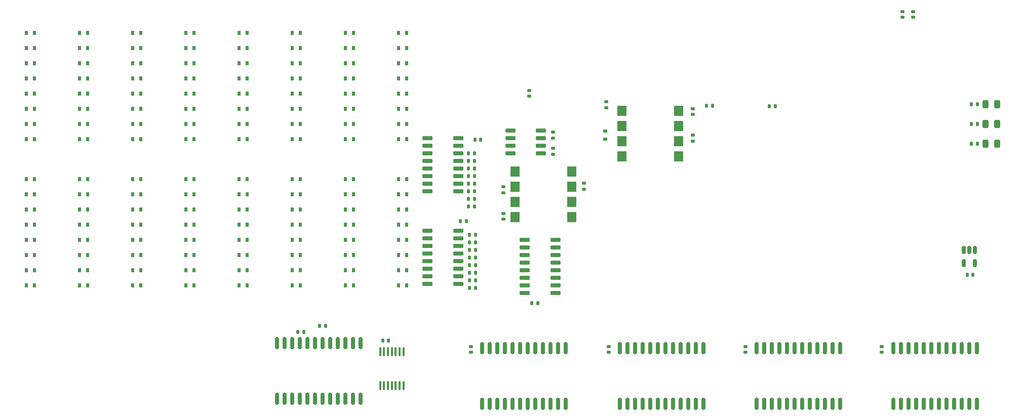
<source format=gtp>
G04 #@! TF.GenerationSoftware,KiCad,Pcbnew,6.0.4*
G04 #@! TF.CreationDate,2022-06-03T16:07:39+02:00*
G04 #@! TF.ProjectId,OpenDeck-r3.0.1,4f70656e-4465-4636-9b2d-72332e302e31,rev?*
G04 #@! TF.SameCoordinates,Original*
G04 #@! TF.FileFunction,Paste,Top*
G04 #@! TF.FilePolarity,Positive*
%FSLAX46Y46*%
G04 Gerber Fmt 4.6, Leading zero omitted, Abs format (unit mm)*
G04 Created by KiCad (PCBNEW 6.0.4) date 2022-06-03 16:07:39*
%MOMM*%
%LPD*%
G01*
G04 APERTURE LIST*
G04 Aperture macros list*
%AMRoundRect*
0 Rectangle with rounded corners*
0 $1 Rounding radius*
0 $2 $3 $4 $5 $6 $7 $8 $9 X,Y pos of 4 corners*
0 Add a 4 corners polygon primitive as box body*
4,1,4,$2,$3,$4,$5,$6,$7,$8,$9,$2,$3,0*
0 Add four circle primitives for the rounded corners*
1,1,$1+$1,$2,$3*
1,1,$1+$1,$4,$5*
1,1,$1+$1,$6,$7*
1,1,$1+$1,$8,$9*
0 Add four rect primitives between the rounded corners*
20,1,$1+$1,$2,$3,$4,$5,0*
20,1,$1+$1,$4,$5,$6,$7,0*
20,1,$1+$1,$6,$7,$8,$9,0*
20,1,$1+$1,$8,$9,$2,$3,0*%
G04 Aperture macros list end*
%ADD10R,0.600000X0.700000*%
%ADD11RoundRect,0.243750X0.243750X0.456250X-0.243750X0.456250X-0.243750X-0.456250X0.243750X-0.456250X0*%
%ADD12RoundRect,0.135000X-0.135000X-0.185000X0.135000X-0.185000X0.135000X0.185000X-0.135000X0.185000X0*%
%ADD13RoundRect,0.135000X-0.185000X0.135000X-0.185000X-0.135000X0.185000X-0.135000X0.185000X0.135000X0*%
%ADD14RoundRect,0.140000X0.170000X-0.140000X0.170000X0.140000X-0.170000X0.140000X-0.170000X-0.140000X0*%
%ADD15RoundRect,0.150000X-0.725000X-0.150000X0.725000X-0.150000X0.725000X0.150000X-0.725000X0.150000X0*%
%ADD16RoundRect,0.140000X0.140000X0.170000X-0.140000X0.170000X-0.140000X-0.170000X0.140000X-0.170000X0*%
%ADD17R,1.520000X1.780000*%
%ADD18R,1.520000X1.750000*%
%ADD19RoundRect,0.140000X-0.170000X0.140000X-0.170000X-0.140000X0.170000X-0.140000X0.170000X0.140000X0*%
%ADD20RoundRect,0.150000X-0.150000X0.512500X-0.150000X-0.512500X0.150000X-0.512500X0.150000X0.512500X0*%
%ADD21R,0.700000X0.600000*%
%ADD22RoundRect,0.100000X0.100000X-0.637500X0.100000X0.637500X-0.100000X0.637500X-0.100000X-0.637500X0*%
%ADD23RoundRect,0.150000X0.150000X-0.875000X0.150000X0.875000X-0.150000X0.875000X-0.150000X-0.875000X0*%
%ADD24RoundRect,0.135000X0.185000X-0.135000X0.185000X0.135000X-0.185000X0.135000X-0.185000X-0.135000X0*%
%ADD25RoundRect,0.150000X0.725000X0.150000X-0.725000X0.150000X-0.725000X-0.150000X0.725000X-0.150000X0*%
%ADD26RoundRect,0.135000X0.135000X0.185000X-0.135000X0.185000X-0.135000X-0.185000X0.135000X-0.185000X0*%
%ADD27RoundRect,0.140000X-0.140000X-0.170000X0.140000X-0.170000X0.140000X0.170000X-0.140000X0.170000X0*%
G04 APERTURE END LIST*
D10*
X141540000Y-36322000D03*
X142940000Y-36322000D03*
X132650000Y-36322000D03*
X134050000Y-36322000D03*
X123760000Y-46482000D03*
X125160000Y-46482000D03*
X114870000Y-46482000D03*
X116270000Y-46482000D03*
X132650000Y-65913000D03*
X134050000Y-65913000D03*
D11*
X259382500Y-43180000D03*
X257507500Y-43180000D03*
D12*
X171194000Y-68834000D03*
X172214000Y-68834000D03*
D10*
X141540000Y-31242000D03*
X142940000Y-31242000D03*
X105980000Y-46482000D03*
X107380000Y-46482000D03*
X159320000Y-33782000D03*
X160720000Y-33782000D03*
D13*
X185166000Y-50544000D03*
X185166000Y-51564000D03*
D12*
X171194000Y-67564000D03*
X172214000Y-67564000D03*
X171067000Y-59065640D03*
X172087000Y-59065640D03*
D10*
X159320000Y-38862000D03*
X160720000Y-38862000D03*
X123760000Y-36322000D03*
X125160000Y-36322000D03*
D12*
X171067000Y-57795640D03*
X172087000Y-57795640D03*
D10*
X97090000Y-73533000D03*
X98490000Y-73533000D03*
D13*
X208534000Y-48398000D03*
X208534000Y-49418000D03*
D10*
X105980000Y-31242000D03*
X107380000Y-31242000D03*
X105980000Y-70993000D03*
X107380000Y-70993000D03*
X97090000Y-70993000D03*
X98490000Y-70993000D03*
X159320000Y-65913000D03*
X160720000Y-65913000D03*
X105980000Y-43942000D03*
X107380000Y-43942000D03*
X105980000Y-36322000D03*
X107380000Y-36322000D03*
D14*
X243586000Y-28674000D03*
X243586000Y-27714000D03*
D10*
X132650000Y-41402000D03*
X134050000Y-41402000D03*
D12*
X171067000Y-53985640D03*
X172087000Y-53985640D03*
D10*
X123760000Y-33782000D03*
X125160000Y-33782000D03*
D15*
X178019000Y-47625000D03*
X178019000Y-48895000D03*
X178019000Y-50165000D03*
X178019000Y-51435000D03*
X183169000Y-51435000D03*
X183169000Y-50165000D03*
X183169000Y-48895000D03*
X183169000Y-47625000D03*
D10*
X150430000Y-68453000D03*
X151830000Y-68453000D03*
D16*
X173073000Y-49159640D03*
X172113000Y-49159640D03*
D10*
X132650000Y-58293000D03*
X134050000Y-58293000D03*
D12*
X171067000Y-55255640D03*
X172087000Y-55255640D03*
D10*
X132650000Y-55753000D03*
X134050000Y-55753000D03*
D12*
X171067000Y-52715640D03*
X172087000Y-52715640D03*
D10*
X150430000Y-36322000D03*
X151830000Y-36322000D03*
X97090000Y-49022000D03*
X98490000Y-49022000D03*
X97090000Y-31242000D03*
X98490000Y-31242000D03*
D17*
X188340989Y-62103000D03*
D18*
X188340989Y-59563000D03*
D17*
X188340989Y-57023000D03*
X188340989Y-54483000D03*
X178820989Y-54483000D03*
X178820989Y-57023000D03*
X178820989Y-59563000D03*
X178820989Y-62103000D03*
D10*
X114870000Y-70993000D03*
X116270000Y-70993000D03*
D12*
X171194000Y-70104000D03*
X172214000Y-70104000D03*
D19*
X176911000Y-61496000D03*
X176911000Y-62456000D03*
D10*
X97090000Y-41402000D03*
X98490000Y-41402000D03*
X159320000Y-63373000D03*
X160720000Y-63373000D03*
D11*
X259382500Y-49784000D03*
X257507500Y-49784000D03*
D10*
X105980000Y-73533000D03*
X107380000Y-73533000D03*
X114870000Y-73533000D03*
X116270000Y-73533000D03*
X123760000Y-60833000D03*
X125160000Y-60833000D03*
X159320000Y-60833000D03*
X160720000Y-60833000D03*
D15*
X164176000Y-64389000D03*
X164176000Y-65659000D03*
X164176000Y-66929000D03*
X164176000Y-68199000D03*
X164176000Y-69469000D03*
X164176000Y-70739000D03*
X164176000Y-72009000D03*
X164176000Y-73279000D03*
X169326000Y-73279000D03*
X169326000Y-72009000D03*
X169326000Y-70739000D03*
X169326000Y-69469000D03*
X169326000Y-68199000D03*
X169326000Y-66929000D03*
X169326000Y-65659000D03*
X169326000Y-64389000D03*
D12*
X171067000Y-51445640D03*
X172087000Y-51445640D03*
D10*
X150430000Y-41402000D03*
X151830000Y-41402000D03*
X123760000Y-55753000D03*
X125160000Y-55753000D03*
D20*
X255699000Y-67564000D03*
X254749000Y-67564000D03*
X253799000Y-67564000D03*
X253799000Y-69839000D03*
X255699000Y-69839000D03*
D16*
X182598000Y-76454000D03*
X181638000Y-76454000D03*
D10*
X105980000Y-33782000D03*
X107380000Y-33782000D03*
D16*
X157676000Y-82765916D03*
X156716000Y-82765916D03*
D10*
X123760000Y-41402000D03*
X125160000Y-41402000D03*
D12*
X171194000Y-66294000D03*
X172214000Y-66294000D03*
D10*
X132650000Y-73533000D03*
X134050000Y-73533000D03*
D12*
X171194000Y-73914000D03*
X172214000Y-73914000D03*
D11*
X259382500Y-46482000D03*
X257507500Y-46482000D03*
D10*
X114870000Y-65913000D03*
X116270000Y-65913000D03*
X159320000Y-41402000D03*
X160720000Y-41402000D03*
D21*
X193929000Y-47687000D03*
X193929000Y-49087000D03*
D12*
X171194000Y-71374000D03*
X172214000Y-71374000D03*
D22*
X156262000Y-90327416D03*
X156912000Y-90327416D03*
X157562000Y-90327416D03*
X158212000Y-90327416D03*
X158862000Y-90327416D03*
X159512000Y-90327416D03*
X160162000Y-90327416D03*
X160162000Y-84602416D03*
X159512000Y-84602416D03*
X158862000Y-84602416D03*
X158212000Y-84602416D03*
X157562000Y-84602416D03*
X156912000Y-84602416D03*
X156262000Y-84602416D03*
D10*
X97090000Y-63373000D03*
X98490000Y-63373000D03*
X150430000Y-60833000D03*
X151830000Y-60833000D03*
X105980000Y-38862000D03*
X107380000Y-38862000D03*
X150430000Y-58293000D03*
X151830000Y-58293000D03*
X159320000Y-58293000D03*
X160720000Y-58293000D03*
X114870000Y-33782000D03*
X116270000Y-33782000D03*
X159320000Y-36322000D03*
X160720000Y-36322000D03*
X123760000Y-43942000D03*
X125160000Y-43942000D03*
X105980000Y-63373000D03*
X107380000Y-63373000D03*
D14*
X185166000Y-48867000D03*
X185166000Y-47907000D03*
D10*
X132650000Y-43942000D03*
X134050000Y-43942000D03*
X159320000Y-55753000D03*
X160720000Y-55753000D03*
D23*
X242062000Y-93330000D03*
X243332000Y-93330000D03*
X244602000Y-93330000D03*
X245872000Y-93330000D03*
X247142000Y-93330000D03*
X248412000Y-93330000D03*
X249682000Y-93330000D03*
X250952000Y-93330000D03*
X252222000Y-93330000D03*
X253492000Y-93330000D03*
X254762000Y-93330000D03*
X256032000Y-93330000D03*
X256032000Y-84030000D03*
X254762000Y-84030000D03*
X253492000Y-84030000D03*
X252222000Y-84030000D03*
X250952000Y-84030000D03*
X249682000Y-84030000D03*
X248412000Y-84030000D03*
X247142000Y-84030000D03*
X245872000Y-84030000D03*
X244602000Y-84030000D03*
X243332000Y-84030000D03*
X242062000Y-84030000D03*
X139035000Y-92495916D03*
X140305000Y-92495916D03*
X141575000Y-92495916D03*
X142845000Y-92495916D03*
X144115000Y-92495916D03*
X145385000Y-92495916D03*
X146655000Y-92495916D03*
X147925000Y-92495916D03*
X149195000Y-92495916D03*
X150465000Y-92495916D03*
X151735000Y-92495916D03*
X153005000Y-92495916D03*
X153005000Y-83195916D03*
X151735000Y-83195916D03*
X150465000Y-83195916D03*
X149195000Y-83195916D03*
X147925000Y-83195916D03*
X146655000Y-83195916D03*
X145385000Y-83195916D03*
X144115000Y-83195916D03*
X142845000Y-83195916D03*
X141575000Y-83195916D03*
X140305000Y-83195916D03*
X139035000Y-83195916D03*
D10*
X141540000Y-38862000D03*
X142940000Y-38862000D03*
X114870000Y-68453000D03*
X116270000Y-68453000D03*
D12*
X221352000Y-43520000D03*
X222372000Y-43520000D03*
D14*
X240157000Y-84715000D03*
X240157000Y-83755000D03*
D10*
X114870000Y-31242000D03*
X116270000Y-31242000D03*
X150430000Y-31242000D03*
X151830000Y-31242000D03*
X114870000Y-55753000D03*
X116270000Y-55753000D03*
X105980000Y-55753000D03*
X107380000Y-55753000D03*
X132650000Y-70993000D03*
X134050000Y-70993000D03*
D23*
X196347000Y-93330000D03*
X197617000Y-93330000D03*
X198887000Y-93330000D03*
X200157000Y-93330000D03*
X201427000Y-93330000D03*
X202697000Y-93330000D03*
X203967000Y-93330000D03*
X205237000Y-93330000D03*
X206507000Y-93330000D03*
X207777000Y-93330000D03*
X209047000Y-93330000D03*
X210317000Y-93330000D03*
X210317000Y-84030000D03*
X209047000Y-84030000D03*
X207777000Y-84030000D03*
X206507000Y-84030000D03*
X205237000Y-84030000D03*
X203967000Y-84030000D03*
X202697000Y-84030000D03*
X201427000Y-84030000D03*
X200157000Y-84030000D03*
X198887000Y-84030000D03*
X197617000Y-84030000D03*
X196347000Y-84030000D03*
D10*
X150430000Y-38862000D03*
X151830000Y-38862000D03*
X114870000Y-38862000D03*
X116270000Y-38862000D03*
X141540000Y-49022000D03*
X142940000Y-49022000D03*
X141540000Y-41402000D03*
X142940000Y-41402000D03*
X132650000Y-60833000D03*
X134050000Y-60833000D03*
X150430000Y-73533000D03*
X151830000Y-73533000D03*
X123760000Y-31242000D03*
X125160000Y-31242000D03*
D23*
X219207000Y-93330000D03*
X220477000Y-93330000D03*
X221747000Y-93330000D03*
X223017000Y-93330000D03*
X224287000Y-93330000D03*
X225557000Y-93330000D03*
X226827000Y-93330000D03*
X228097000Y-93330000D03*
X229367000Y-93330000D03*
X230637000Y-93330000D03*
X231907000Y-93330000D03*
X233177000Y-93330000D03*
X233177000Y-84030000D03*
X231907000Y-84030000D03*
X230637000Y-84030000D03*
X229367000Y-84030000D03*
X228097000Y-84030000D03*
X226827000Y-84030000D03*
X225557000Y-84030000D03*
X224287000Y-84030000D03*
X223017000Y-84030000D03*
X221747000Y-84030000D03*
X220477000Y-84030000D03*
X219207000Y-84030000D03*
D10*
X159320000Y-46482000D03*
X160720000Y-46482000D03*
X141540000Y-70993000D03*
X142940000Y-70993000D03*
X114870000Y-49022000D03*
X116270000Y-49022000D03*
X97090000Y-46482000D03*
X98490000Y-46482000D03*
D14*
X208534000Y-44943000D03*
X208534000Y-43983000D03*
D24*
X176850000Y-58041000D03*
X176850000Y-57021000D03*
D15*
X164176000Y-48905640D03*
X164176000Y-50175640D03*
X164176000Y-51445640D03*
X164176000Y-52715640D03*
X164176000Y-53985640D03*
X164176000Y-55255640D03*
X164176000Y-56525640D03*
X164176000Y-57795640D03*
X169326000Y-57795640D03*
X169326000Y-56525640D03*
X169326000Y-55255640D03*
X169326000Y-53985640D03*
X169326000Y-52715640D03*
X169326000Y-51445640D03*
X169326000Y-50175640D03*
X169326000Y-48905640D03*
D10*
X132650000Y-68453000D03*
X134050000Y-68453000D03*
X97090000Y-60833000D03*
X98490000Y-60833000D03*
D13*
X190312000Y-56386000D03*
X190312000Y-57406000D03*
D10*
X132650000Y-38862000D03*
X134050000Y-38862000D03*
X141540000Y-33782000D03*
X142940000Y-33782000D03*
X123760000Y-49022000D03*
X125160000Y-49022000D03*
X141540000Y-46482000D03*
X142940000Y-46482000D03*
D23*
X173355000Y-93345000D03*
X174625000Y-93345000D03*
X175895000Y-93345000D03*
X177165000Y-93345000D03*
X178435000Y-93345000D03*
X179705000Y-93345000D03*
X180975000Y-93345000D03*
X182245000Y-93345000D03*
X183515000Y-93345000D03*
X184785000Y-93345000D03*
X186055000Y-93345000D03*
X187325000Y-93345000D03*
X187325000Y-84045000D03*
X186055000Y-84045000D03*
X184785000Y-84045000D03*
X183515000Y-84045000D03*
X182245000Y-84045000D03*
X180975000Y-84045000D03*
X179705000Y-84045000D03*
X178435000Y-84045000D03*
X177165000Y-84045000D03*
X175895000Y-84045000D03*
X174625000Y-84045000D03*
X173355000Y-84045000D03*
D10*
X150430000Y-49022000D03*
X151830000Y-49022000D03*
D12*
X142464000Y-81353916D03*
X143484000Y-81353916D03*
D10*
X141540000Y-68453000D03*
X142940000Y-68453000D03*
D12*
X255141000Y-49784000D03*
X256161000Y-49784000D03*
D10*
X123760000Y-70993000D03*
X125160000Y-70993000D03*
X97090000Y-33782000D03*
X98490000Y-33782000D03*
X132650000Y-33782000D03*
X134050000Y-33782000D03*
X150430000Y-33782000D03*
X151830000Y-33782000D03*
D12*
X255141000Y-46482000D03*
X256161000Y-46482000D03*
D10*
X150430000Y-65913000D03*
X151830000Y-65913000D03*
X105980000Y-60833000D03*
X107380000Y-60833000D03*
X114870000Y-60833000D03*
X116270000Y-60833000D03*
X97090000Y-38862000D03*
X98490000Y-38862000D03*
D12*
X255141000Y-43180000D03*
X256161000Y-43180000D03*
D25*
X185582000Y-74803000D03*
X185582000Y-73533000D03*
X185582000Y-72263000D03*
X185582000Y-70993000D03*
X185582000Y-69723000D03*
X185582000Y-68453000D03*
X185582000Y-67183000D03*
X185582000Y-65913000D03*
X180432000Y-65913000D03*
X180432000Y-67183000D03*
X180432000Y-68453000D03*
X180432000Y-69723000D03*
X180432000Y-70993000D03*
X180432000Y-72263000D03*
X180432000Y-73533000D03*
X180432000Y-74803000D03*
D10*
X132650000Y-31242000D03*
X134050000Y-31242000D03*
X150430000Y-46482000D03*
X151830000Y-46482000D03*
X141540000Y-63373000D03*
X142940000Y-63373000D03*
X159320000Y-70993000D03*
X160720000Y-70993000D03*
X150430000Y-63373000D03*
X151830000Y-63373000D03*
X141540000Y-43942000D03*
X142940000Y-43942000D03*
D12*
X171194000Y-72644000D03*
X172214000Y-72644000D03*
D10*
X141540000Y-65913000D03*
X142940000Y-65913000D03*
X132650000Y-49022000D03*
X134050000Y-49022000D03*
X123760000Y-73533000D03*
X125160000Y-73533000D03*
X123760000Y-38862000D03*
X125160000Y-38862000D03*
X150430000Y-43942000D03*
X151830000Y-43942000D03*
X97090000Y-58293000D03*
X98490000Y-58293000D03*
X105980000Y-58293000D03*
X107380000Y-58293000D03*
X97090000Y-43942000D03*
X98490000Y-43942000D03*
X150430000Y-55753000D03*
X151830000Y-55753000D03*
D12*
X171067000Y-56525640D03*
X172087000Y-56525640D03*
D10*
X159320000Y-43942000D03*
X160720000Y-43942000D03*
X150430000Y-70993000D03*
X151830000Y-70993000D03*
X114870000Y-41402000D03*
X116270000Y-41402000D03*
D13*
X194056000Y-42810000D03*
X194056000Y-43830000D03*
D12*
X171067000Y-60335640D03*
X172087000Y-60335640D03*
D10*
X123760000Y-63373000D03*
X125160000Y-63373000D03*
X141540000Y-73533000D03*
X142940000Y-73533000D03*
D14*
X217302000Y-84715000D03*
X217302000Y-83755000D03*
D19*
X181229000Y-40922000D03*
X181229000Y-41882000D03*
D10*
X105980000Y-49022000D03*
X107380000Y-49022000D03*
D14*
X245364000Y-28674000D03*
X245364000Y-27714000D03*
D10*
X123760000Y-65913000D03*
X125160000Y-65913000D03*
X132650000Y-46482000D03*
X134050000Y-46482000D03*
X123760000Y-58293000D03*
X125160000Y-58293000D03*
D14*
X194442000Y-84715000D03*
X194442000Y-83755000D03*
D10*
X105980000Y-41402000D03*
X107380000Y-41402000D03*
X141540000Y-55753000D03*
X142940000Y-55753000D03*
D16*
X170660000Y-62738000D03*
X169700000Y-62738000D03*
D10*
X97090000Y-65913000D03*
X98490000Y-65913000D03*
X114870000Y-58293000D03*
X116270000Y-58293000D03*
X132650000Y-63373000D03*
X134050000Y-63373000D03*
X114870000Y-43942000D03*
X116270000Y-43942000D03*
D14*
X171450000Y-84730000D03*
X171450000Y-83770000D03*
D16*
X147135000Y-80337916D03*
X146175000Y-80337916D03*
D10*
X159320000Y-73533000D03*
X160720000Y-73533000D03*
X114870000Y-63373000D03*
X116270000Y-63373000D03*
D26*
X211838000Y-43434000D03*
X210818000Y-43434000D03*
D10*
X105980000Y-68453000D03*
X107380000Y-68453000D03*
X97090000Y-36322000D03*
X98490000Y-36322000D03*
X114870000Y-36322000D03*
X116270000Y-36322000D03*
X97090000Y-55753000D03*
X98490000Y-55753000D03*
X105980000Y-65913000D03*
X107380000Y-65913000D03*
X141540000Y-60833000D03*
X142940000Y-60833000D03*
X141540000Y-58293000D03*
X142940000Y-58293000D03*
X97090000Y-68453000D03*
X98490000Y-68453000D03*
D27*
X254409000Y-71755000D03*
X255369000Y-71755000D03*
D12*
X171194000Y-65024000D03*
X172214000Y-65024000D03*
D10*
X159320000Y-49022000D03*
X160720000Y-49022000D03*
D17*
X196662000Y-44336000D03*
D18*
X196662000Y-46876000D03*
D17*
X196662000Y-49416000D03*
X196662000Y-51956000D03*
X206182000Y-51956000D03*
X206182000Y-49416000D03*
X206182000Y-46876000D03*
X206182000Y-44336000D03*
D10*
X159320000Y-31242000D03*
X160720000Y-31242000D03*
X123760000Y-68453000D03*
X125160000Y-68453000D03*
X159320000Y-68453000D03*
X160720000Y-68453000D03*
M02*

</source>
